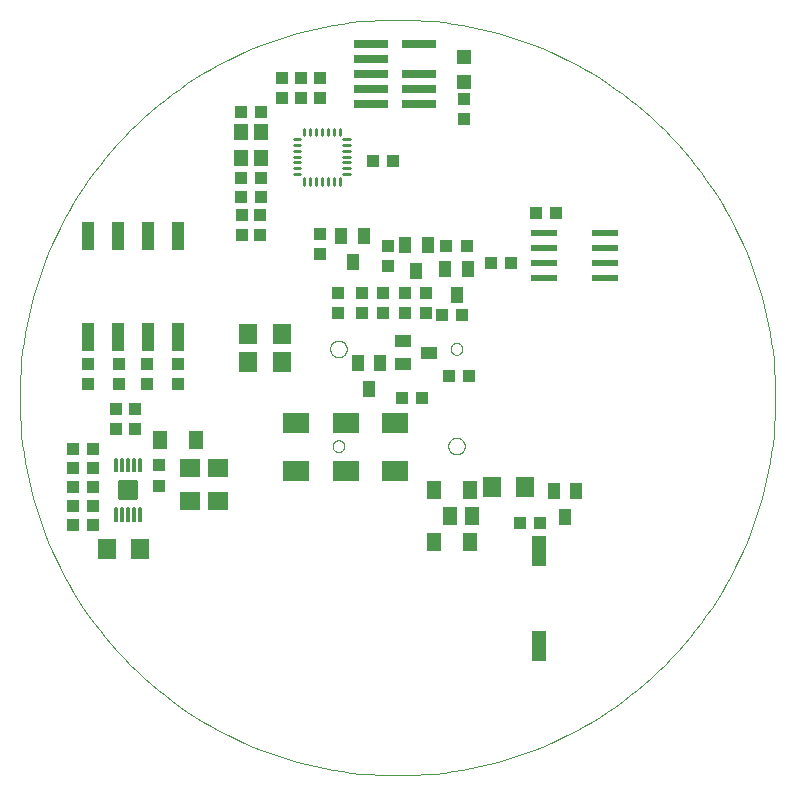
<source format=gtp>
G75*
%MOIN*%
%OFA0B0*%
%FSLAX25Y25*%
%IPPOS*%
%LPD*%
%AMOC8*
5,1,8,0,0,1.08239X$1,22.5*
%
%ADD10C,0.00394*%
%ADD11R,0.08661X0.02362*%
%ADD12R,0.04331X0.03937*%
%ADD13R,0.03937X0.04331*%
%ADD14R,0.05000X0.10000*%
%ADD15C,0.00984*%
%ADD16R,0.11811X0.03150*%
%ADD17R,0.04724X0.05512*%
%ADD18R,0.04724X0.04724*%
%ADD19R,0.03937X0.05512*%
%ADD20R,0.08504X0.07008*%
%ADD21R,0.04724X0.06299*%
%ADD22R,0.05118X0.05906*%
%ADD23C,0.01339*%
%ADD24C,0.00591*%
%ADD25R,0.06299X0.07087*%
%ADD26R,0.07087X0.06299*%
%ADD27C,0.00000*%
%ADD28R,0.06299X0.07098*%
%ADD29R,0.05512X0.03937*%
%ADD30R,0.04449X0.09606*%
D10*
X0001394Y0127378D02*
X0001432Y0130470D01*
X0001546Y0133560D01*
X0001735Y0136646D01*
X0002001Y0139727D01*
X0002341Y0142800D01*
X0002758Y0145864D01*
X0003249Y0148916D01*
X0003815Y0151956D01*
X0004455Y0154981D01*
X0005170Y0157990D01*
X0005958Y0160980D01*
X0006819Y0163949D01*
X0007753Y0166897D01*
X0008759Y0169821D01*
X0009836Y0172719D01*
X0010984Y0175590D01*
X0012202Y0178432D01*
X0013490Y0181243D01*
X0014846Y0184022D01*
X0016270Y0186766D01*
X0017761Y0189475D01*
X0019318Y0192147D01*
X0020940Y0194779D01*
X0022626Y0197371D01*
X0024375Y0199921D01*
X0026187Y0202427D01*
X0028059Y0204887D01*
X0029991Y0207301D01*
X0031982Y0209667D01*
X0034030Y0211984D01*
X0036134Y0214249D01*
X0038294Y0216462D01*
X0040507Y0218622D01*
X0042772Y0220726D01*
X0045089Y0222774D01*
X0047455Y0224765D01*
X0049869Y0226697D01*
X0052329Y0228569D01*
X0054835Y0230381D01*
X0057385Y0232130D01*
X0059977Y0233816D01*
X0062609Y0235438D01*
X0065281Y0236995D01*
X0067990Y0238486D01*
X0070734Y0239910D01*
X0073513Y0241266D01*
X0076324Y0242554D01*
X0079166Y0243772D01*
X0082037Y0244920D01*
X0084935Y0245997D01*
X0087859Y0247003D01*
X0090807Y0247937D01*
X0093776Y0248798D01*
X0096766Y0249586D01*
X0099775Y0250301D01*
X0102800Y0250941D01*
X0105840Y0251507D01*
X0108892Y0251998D01*
X0111956Y0252415D01*
X0115029Y0252755D01*
X0118110Y0253021D01*
X0121196Y0253210D01*
X0124286Y0253324D01*
X0127378Y0253362D01*
X0130470Y0253324D01*
X0133560Y0253210D01*
X0136646Y0253021D01*
X0139727Y0252755D01*
X0142800Y0252415D01*
X0145864Y0251998D01*
X0148916Y0251507D01*
X0151956Y0250941D01*
X0154981Y0250301D01*
X0157990Y0249586D01*
X0160980Y0248798D01*
X0163949Y0247937D01*
X0166897Y0247003D01*
X0169821Y0245997D01*
X0172719Y0244920D01*
X0175590Y0243772D01*
X0178432Y0242554D01*
X0181243Y0241266D01*
X0184022Y0239910D01*
X0186766Y0238486D01*
X0189475Y0236995D01*
X0192147Y0235438D01*
X0194779Y0233816D01*
X0197371Y0232130D01*
X0199921Y0230381D01*
X0202427Y0228569D01*
X0204887Y0226697D01*
X0207301Y0224765D01*
X0209667Y0222774D01*
X0211984Y0220726D01*
X0214249Y0218622D01*
X0216462Y0216462D01*
X0218622Y0214249D01*
X0220726Y0211984D01*
X0222774Y0209667D01*
X0224765Y0207301D01*
X0226697Y0204887D01*
X0228569Y0202427D01*
X0230381Y0199921D01*
X0232130Y0197371D01*
X0233816Y0194779D01*
X0235438Y0192147D01*
X0236995Y0189475D01*
X0238486Y0186766D01*
X0239910Y0184022D01*
X0241266Y0181243D01*
X0242554Y0178432D01*
X0243772Y0175590D01*
X0244920Y0172719D01*
X0245997Y0169821D01*
X0247003Y0166897D01*
X0247937Y0163949D01*
X0248798Y0160980D01*
X0249586Y0157990D01*
X0250301Y0154981D01*
X0250941Y0151956D01*
X0251507Y0148916D01*
X0251998Y0145864D01*
X0252415Y0142800D01*
X0252755Y0139727D01*
X0253021Y0136646D01*
X0253210Y0133560D01*
X0253324Y0130470D01*
X0253362Y0127378D01*
X0253324Y0124286D01*
X0253210Y0121196D01*
X0253021Y0118110D01*
X0252755Y0115029D01*
X0252415Y0111956D01*
X0251998Y0108892D01*
X0251507Y0105840D01*
X0250941Y0102800D01*
X0250301Y0099775D01*
X0249586Y0096766D01*
X0248798Y0093776D01*
X0247937Y0090807D01*
X0247003Y0087859D01*
X0245997Y0084935D01*
X0244920Y0082037D01*
X0243772Y0079166D01*
X0242554Y0076324D01*
X0241266Y0073513D01*
X0239910Y0070734D01*
X0238486Y0067990D01*
X0236995Y0065281D01*
X0235438Y0062609D01*
X0233816Y0059977D01*
X0232130Y0057385D01*
X0230381Y0054835D01*
X0228569Y0052329D01*
X0226697Y0049869D01*
X0224765Y0047455D01*
X0222774Y0045089D01*
X0220726Y0042772D01*
X0218622Y0040507D01*
X0216462Y0038294D01*
X0214249Y0036134D01*
X0211984Y0034030D01*
X0209667Y0031982D01*
X0207301Y0029991D01*
X0204887Y0028059D01*
X0202427Y0026187D01*
X0199921Y0024375D01*
X0197371Y0022626D01*
X0194779Y0020940D01*
X0192147Y0019318D01*
X0189475Y0017761D01*
X0186766Y0016270D01*
X0184022Y0014846D01*
X0181243Y0013490D01*
X0178432Y0012202D01*
X0175590Y0010984D01*
X0172719Y0009836D01*
X0169821Y0008759D01*
X0166897Y0007753D01*
X0163949Y0006819D01*
X0160980Y0005958D01*
X0157990Y0005170D01*
X0154981Y0004455D01*
X0151956Y0003815D01*
X0148916Y0003249D01*
X0145864Y0002758D01*
X0142800Y0002341D01*
X0139727Y0002001D01*
X0136646Y0001735D01*
X0133560Y0001546D01*
X0130470Y0001432D01*
X0127378Y0001394D01*
X0124286Y0001432D01*
X0121196Y0001546D01*
X0118110Y0001735D01*
X0115029Y0002001D01*
X0111956Y0002341D01*
X0108892Y0002758D01*
X0105840Y0003249D01*
X0102800Y0003815D01*
X0099775Y0004455D01*
X0096766Y0005170D01*
X0093776Y0005958D01*
X0090807Y0006819D01*
X0087859Y0007753D01*
X0084935Y0008759D01*
X0082037Y0009836D01*
X0079166Y0010984D01*
X0076324Y0012202D01*
X0073513Y0013490D01*
X0070734Y0014846D01*
X0067990Y0016270D01*
X0065281Y0017761D01*
X0062609Y0019318D01*
X0059977Y0020940D01*
X0057385Y0022626D01*
X0054835Y0024375D01*
X0052329Y0026187D01*
X0049869Y0028059D01*
X0047455Y0029991D01*
X0045089Y0031982D01*
X0042772Y0034030D01*
X0040507Y0036134D01*
X0038294Y0038294D01*
X0036134Y0040507D01*
X0034030Y0042772D01*
X0031982Y0045089D01*
X0029991Y0047455D01*
X0028059Y0049869D01*
X0026187Y0052329D01*
X0024375Y0054835D01*
X0022626Y0057385D01*
X0020940Y0059977D01*
X0019318Y0062609D01*
X0017761Y0065281D01*
X0016270Y0067990D01*
X0014846Y0070734D01*
X0013490Y0073513D01*
X0012202Y0076324D01*
X0010984Y0079166D01*
X0009836Y0082037D01*
X0008759Y0084935D01*
X0007753Y0087859D01*
X0006819Y0090807D01*
X0005958Y0093776D01*
X0005170Y0096766D01*
X0004455Y0099775D01*
X0003815Y0102800D01*
X0003249Y0105840D01*
X0002758Y0108892D01*
X0002341Y0111956D01*
X0002001Y0115029D01*
X0001735Y0118110D01*
X0001546Y0121196D01*
X0001432Y0124286D01*
X0001394Y0127378D01*
D11*
X0176197Y0167122D03*
X0176197Y0172122D03*
X0176197Y0177122D03*
X0176197Y0182122D03*
X0196669Y0182122D03*
X0196669Y0177122D03*
X0196669Y0172122D03*
X0196669Y0167122D03*
D12*
X0165370Y0172260D03*
X0158677Y0172260D03*
X0136827Y0162220D03*
X0136827Y0155528D03*
X0129740Y0155528D03*
X0129740Y0162220D03*
X0122654Y0162220D03*
X0122654Y0155528D03*
X0115567Y0155528D03*
X0115567Y0162220D03*
X0107693Y0162220D03*
X0107693Y0155528D03*
X0124228Y0171276D03*
X0124228Y0177969D03*
X0101394Y0175213D03*
X0101394Y0181906D03*
X0081709Y0181512D03*
X0081709Y0188205D03*
X0081906Y0194307D03*
X0081906Y0200606D03*
X0075213Y0200606D03*
X0075213Y0194307D03*
X0075213Y0222654D03*
X0081906Y0222654D03*
X0095094Y0227181D03*
X0101394Y0227181D03*
X0101394Y0233874D03*
X0095094Y0233874D03*
X0119307Y0206118D03*
X0126000Y0206118D03*
X0149425Y0220094D03*
X0149425Y0226787D03*
X0151197Y0134465D03*
X0144504Y0134465D03*
X0135449Y0127378D03*
X0128756Y0127378D03*
X0054150Y0131906D03*
X0054150Y0138598D03*
X0043913Y0138598D03*
X0043913Y0131906D03*
X0034465Y0131906D03*
X0034465Y0138598D03*
X0024228Y0138598D03*
X0024228Y0131906D03*
X0026000Y0097457D03*
X0019307Y0097457D03*
X0019307Y0084858D03*
X0026000Y0084858D03*
D13*
X0026000Y0091157D03*
X0019307Y0091157D03*
X0019307Y0103756D03*
X0019307Y0110055D03*
X0026000Y0110055D03*
X0026000Y0103756D03*
X0033677Y0116945D03*
X0039976Y0116945D03*
X0039976Y0123638D03*
X0033677Y0123638D03*
X0047850Y0104740D03*
X0047850Y0098047D03*
X0075409Y0181512D03*
X0075409Y0188205D03*
X0088795Y0227181D03*
X0088795Y0233874D03*
X0143717Y0177772D03*
X0150409Y0177772D03*
X0148835Y0154937D03*
X0142142Y0154937D03*
X0173638Y0188795D03*
X0180331Y0188795D03*
X0174819Y0085646D03*
X0168126Y0085646D03*
D14*
X0174622Y0076197D03*
X0174622Y0044701D03*
D15*
X0108087Y0198342D02*
X0108087Y0200508D01*
X0106118Y0200508D02*
X0106118Y0198342D01*
X0104150Y0198342D02*
X0104150Y0200508D01*
X0102181Y0200508D02*
X0102181Y0198342D01*
X0100213Y0198342D02*
X0100213Y0200508D01*
X0098244Y0200508D02*
X0098244Y0198342D01*
X0096276Y0198342D02*
X0096276Y0200508D01*
X0094996Y0201787D02*
X0092830Y0201787D01*
X0092830Y0203756D02*
X0094996Y0203756D01*
X0094996Y0205724D02*
X0092830Y0205724D01*
X0092830Y0207693D02*
X0094996Y0207693D01*
X0094996Y0209661D02*
X0092830Y0209661D01*
X0092830Y0211630D02*
X0094996Y0211630D01*
X0094996Y0213598D02*
X0092830Y0213598D01*
X0096276Y0214878D02*
X0096276Y0217044D01*
X0098244Y0217044D02*
X0098244Y0214878D01*
X0100213Y0214878D02*
X0100213Y0217044D01*
X0102181Y0217044D02*
X0102181Y0214878D01*
X0104150Y0214878D02*
X0104150Y0217044D01*
X0106118Y0217044D02*
X0106118Y0214878D01*
X0108087Y0214878D02*
X0108087Y0217044D01*
X0109366Y0213598D02*
X0111532Y0213598D01*
X0111532Y0211630D02*
X0109366Y0211630D01*
X0109366Y0209661D02*
X0111532Y0209661D01*
X0111532Y0207693D02*
X0109366Y0207693D01*
X0109366Y0205724D02*
X0111532Y0205724D01*
X0111532Y0203756D02*
X0109366Y0203756D01*
X0109366Y0201787D02*
X0111532Y0201787D01*
D16*
X0118717Y0225252D03*
X0118717Y0230252D03*
X0118717Y0235252D03*
X0118717Y0240252D03*
X0118717Y0245252D03*
X0134465Y0245252D03*
X0134465Y0235252D03*
X0134465Y0230252D03*
X0134465Y0225252D03*
D17*
X0081906Y0215961D03*
X0075213Y0215961D03*
X0075213Y0207299D03*
X0081906Y0207299D03*
D18*
X0149425Y0232693D03*
X0149425Y0240961D03*
D19*
X0116157Y0181315D03*
X0108677Y0181315D03*
X0112417Y0172654D03*
X0129937Y0178165D03*
X0137417Y0178165D03*
X0143323Y0170291D03*
X0150803Y0170291D03*
X0147063Y0161630D03*
X0133677Y0169504D03*
X0121669Y0138795D03*
X0114189Y0138795D03*
X0117929Y0130134D03*
X0179543Y0096276D03*
X0187024Y0096276D03*
X0183283Y0087614D03*
D20*
X0126591Y0102850D03*
X0110055Y0102850D03*
X0110055Y0118874D03*
X0126591Y0118874D03*
X0093520Y0118874D03*
X0093520Y0102850D03*
D21*
X0060055Y0113205D03*
X0048244Y0113205D03*
X0139583Y0096669D03*
X0151394Y0096669D03*
X0151394Y0079346D03*
X0139583Y0079346D03*
D22*
X0144898Y0088008D03*
X0152378Y0088008D03*
D23*
X0040291Y0093992D02*
X0034937Y0093992D01*
X0034937Y0099346D01*
X0040291Y0099346D01*
X0040291Y0093992D01*
X0040291Y0095330D02*
X0034937Y0095330D01*
X0034937Y0096668D02*
X0040291Y0096668D01*
X0040291Y0098006D02*
X0034937Y0098006D01*
X0034937Y0099344D02*
X0040291Y0099344D01*
D24*
X0039878Y0102870D02*
X0039288Y0102870D01*
X0039288Y0107004D01*
X0039878Y0107004D01*
X0039878Y0102870D01*
X0039878Y0103460D02*
X0039288Y0103460D01*
X0039288Y0104050D02*
X0039878Y0104050D01*
X0039878Y0104640D02*
X0039288Y0104640D01*
X0039288Y0105230D02*
X0039878Y0105230D01*
X0039878Y0105820D02*
X0039288Y0105820D01*
X0039288Y0106410D02*
X0039878Y0106410D01*
X0039878Y0107000D02*
X0039288Y0107000D01*
X0037909Y0102870D02*
X0037319Y0102870D01*
X0037319Y0107004D01*
X0037909Y0107004D01*
X0037909Y0102870D01*
X0037909Y0103460D02*
X0037319Y0103460D01*
X0037319Y0104050D02*
X0037909Y0104050D01*
X0037909Y0104640D02*
X0037319Y0104640D01*
X0037319Y0105230D02*
X0037909Y0105230D01*
X0037909Y0105820D02*
X0037319Y0105820D01*
X0037319Y0106410D02*
X0037909Y0106410D01*
X0037909Y0107000D02*
X0037319Y0107000D01*
X0035941Y0102870D02*
X0035351Y0102870D01*
X0035351Y0107004D01*
X0035941Y0107004D01*
X0035941Y0102870D01*
X0035941Y0103460D02*
X0035351Y0103460D01*
X0035351Y0104050D02*
X0035941Y0104050D01*
X0035941Y0104640D02*
X0035351Y0104640D01*
X0035351Y0105230D02*
X0035941Y0105230D01*
X0035941Y0105820D02*
X0035351Y0105820D01*
X0035351Y0106410D02*
X0035941Y0106410D01*
X0035941Y0107000D02*
X0035351Y0107000D01*
X0033972Y0102870D02*
X0033382Y0102870D01*
X0033382Y0107004D01*
X0033972Y0107004D01*
X0033972Y0102870D01*
X0033972Y0103460D02*
X0033382Y0103460D01*
X0033382Y0104050D02*
X0033972Y0104050D01*
X0033972Y0104640D02*
X0033382Y0104640D01*
X0033382Y0105230D02*
X0033972Y0105230D01*
X0033972Y0105820D02*
X0033382Y0105820D01*
X0033382Y0106410D02*
X0033972Y0106410D01*
X0033972Y0107000D02*
X0033382Y0107000D01*
X0041256Y0102870D02*
X0041846Y0102870D01*
X0041256Y0102870D02*
X0041256Y0107004D01*
X0041846Y0107004D01*
X0041846Y0102870D01*
X0041846Y0103460D02*
X0041256Y0103460D01*
X0041256Y0104050D02*
X0041846Y0104050D01*
X0041846Y0104640D02*
X0041256Y0104640D01*
X0041256Y0105230D02*
X0041846Y0105230D01*
X0041846Y0105820D02*
X0041256Y0105820D01*
X0041256Y0106410D02*
X0041846Y0106410D01*
X0041846Y0107000D02*
X0041256Y0107000D01*
X0041256Y0086335D02*
X0041846Y0086335D01*
X0041256Y0086335D02*
X0041256Y0090469D01*
X0041846Y0090469D01*
X0041846Y0086335D01*
X0041846Y0086925D02*
X0041256Y0086925D01*
X0041256Y0087515D02*
X0041846Y0087515D01*
X0041846Y0088105D02*
X0041256Y0088105D01*
X0041256Y0088695D02*
X0041846Y0088695D01*
X0041846Y0089285D02*
X0041256Y0089285D01*
X0041256Y0089875D02*
X0041846Y0089875D01*
X0041846Y0090465D02*
X0041256Y0090465D01*
X0039878Y0086335D02*
X0039288Y0086335D01*
X0039288Y0090469D01*
X0039878Y0090469D01*
X0039878Y0086335D01*
X0039878Y0086925D02*
X0039288Y0086925D01*
X0039288Y0087515D02*
X0039878Y0087515D01*
X0039878Y0088105D02*
X0039288Y0088105D01*
X0039288Y0088695D02*
X0039878Y0088695D01*
X0039878Y0089285D02*
X0039288Y0089285D01*
X0039288Y0089875D02*
X0039878Y0089875D01*
X0039878Y0090465D02*
X0039288Y0090465D01*
X0037909Y0086335D02*
X0037319Y0086335D01*
X0037319Y0090469D01*
X0037909Y0090469D01*
X0037909Y0086335D01*
X0037909Y0086925D02*
X0037319Y0086925D01*
X0037319Y0087515D02*
X0037909Y0087515D01*
X0037909Y0088105D02*
X0037319Y0088105D01*
X0037319Y0088695D02*
X0037909Y0088695D01*
X0037909Y0089285D02*
X0037319Y0089285D01*
X0037319Y0089875D02*
X0037909Y0089875D01*
X0037909Y0090465D02*
X0037319Y0090465D01*
X0035941Y0086335D02*
X0035351Y0086335D01*
X0035351Y0090469D01*
X0035941Y0090469D01*
X0035941Y0086335D01*
X0035941Y0086925D02*
X0035351Y0086925D01*
X0035351Y0087515D02*
X0035941Y0087515D01*
X0035941Y0088105D02*
X0035351Y0088105D01*
X0035351Y0088695D02*
X0035941Y0088695D01*
X0035941Y0089285D02*
X0035351Y0089285D01*
X0035351Y0089875D02*
X0035941Y0089875D01*
X0035941Y0090465D02*
X0035351Y0090465D01*
X0033972Y0086335D02*
X0033382Y0086335D01*
X0033382Y0090469D01*
X0033972Y0090469D01*
X0033972Y0086335D01*
X0033972Y0086925D02*
X0033382Y0086925D01*
X0033382Y0087515D02*
X0033972Y0087515D01*
X0033972Y0088105D02*
X0033382Y0088105D01*
X0033382Y0088695D02*
X0033972Y0088695D01*
X0033972Y0089285D02*
X0033382Y0089285D01*
X0033382Y0089875D02*
X0033972Y0089875D01*
X0033972Y0090465D02*
X0033382Y0090465D01*
D25*
X0030528Y0076984D03*
X0041551Y0076984D03*
X0158874Y0097457D03*
X0169898Y0097457D03*
D26*
X0067535Y0092732D03*
X0058087Y0092732D03*
X0058087Y0103756D03*
X0067535Y0103756D03*
D27*
X0105724Y0111177D02*
X0105726Y0111265D01*
X0105732Y0111353D01*
X0105742Y0111441D01*
X0105756Y0111529D01*
X0105773Y0111615D01*
X0105795Y0111701D01*
X0105820Y0111785D01*
X0105850Y0111869D01*
X0105882Y0111951D01*
X0105919Y0112031D01*
X0105959Y0112110D01*
X0106003Y0112187D01*
X0106050Y0112262D01*
X0106100Y0112334D01*
X0106154Y0112405D01*
X0106210Y0112472D01*
X0106270Y0112538D01*
X0106332Y0112600D01*
X0106398Y0112660D01*
X0106465Y0112716D01*
X0106536Y0112770D01*
X0106608Y0112820D01*
X0106683Y0112867D01*
X0106760Y0112911D01*
X0106839Y0112951D01*
X0106919Y0112988D01*
X0107001Y0113020D01*
X0107085Y0113050D01*
X0107169Y0113075D01*
X0107255Y0113097D01*
X0107341Y0113114D01*
X0107429Y0113128D01*
X0107517Y0113138D01*
X0107605Y0113144D01*
X0107693Y0113146D01*
X0107781Y0113144D01*
X0107869Y0113138D01*
X0107957Y0113128D01*
X0108045Y0113114D01*
X0108131Y0113097D01*
X0108217Y0113075D01*
X0108301Y0113050D01*
X0108385Y0113020D01*
X0108467Y0112988D01*
X0108547Y0112951D01*
X0108626Y0112911D01*
X0108703Y0112867D01*
X0108778Y0112820D01*
X0108850Y0112770D01*
X0108921Y0112716D01*
X0108988Y0112660D01*
X0109054Y0112600D01*
X0109116Y0112538D01*
X0109176Y0112472D01*
X0109232Y0112405D01*
X0109286Y0112334D01*
X0109336Y0112262D01*
X0109383Y0112187D01*
X0109427Y0112110D01*
X0109467Y0112031D01*
X0109504Y0111951D01*
X0109536Y0111869D01*
X0109566Y0111785D01*
X0109591Y0111701D01*
X0109613Y0111615D01*
X0109630Y0111529D01*
X0109644Y0111441D01*
X0109654Y0111353D01*
X0109660Y0111265D01*
X0109662Y0111177D01*
X0109660Y0111089D01*
X0109654Y0111001D01*
X0109644Y0110913D01*
X0109630Y0110825D01*
X0109613Y0110739D01*
X0109591Y0110653D01*
X0109566Y0110569D01*
X0109536Y0110485D01*
X0109504Y0110403D01*
X0109467Y0110323D01*
X0109427Y0110244D01*
X0109383Y0110167D01*
X0109336Y0110092D01*
X0109286Y0110020D01*
X0109232Y0109949D01*
X0109176Y0109882D01*
X0109116Y0109816D01*
X0109054Y0109754D01*
X0108988Y0109694D01*
X0108921Y0109638D01*
X0108850Y0109584D01*
X0108778Y0109534D01*
X0108703Y0109487D01*
X0108626Y0109443D01*
X0108547Y0109403D01*
X0108467Y0109366D01*
X0108385Y0109334D01*
X0108301Y0109304D01*
X0108217Y0109279D01*
X0108131Y0109257D01*
X0108045Y0109240D01*
X0107957Y0109226D01*
X0107869Y0109216D01*
X0107781Y0109210D01*
X0107693Y0109208D01*
X0107605Y0109210D01*
X0107517Y0109216D01*
X0107429Y0109226D01*
X0107341Y0109240D01*
X0107255Y0109257D01*
X0107169Y0109279D01*
X0107085Y0109304D01*
X0107001Y0109334D01*
X0106919Y0109366D01*
X0106839Y0109403D01*
X0106760Y0109443D01*
X0106683Y0109487D01*
X0106608Y0109534D01*
X0106536Y0109584D01*
X0106465Y0109638D01*
X0106398Y0109694D01*
X0106332Y0109754D01*
X0106270Y0109816D01*
X0106210Y0109882D01*
X0106154Y0109949D01*
X0106100Y0110020D01*
X0106050Y0110092D01*
X0106003Y0110167D01*
X0105959Y0110244D01*
X0105919Y0110323D01*
X0105882Y0110403D01*
X0105850Y0110485D01*
X0105820Y0110569D01*
X0105795Y0110653D01*
X0105773Y0110739D01*
X0105756Y0110825D01*
X0105742Y0110913D01*
X0105732Y0111001D01*
X0105726Y0111089D01*
X0105724Y0111177D01*
X0104937Y0143579D02*
X0104939Y0143684D01*
X0104945Y0143789D01*
X0104955Y0143893D01*
X0104969Y0143997D01*
X0104987Y0144101D01*
X0105009Y0144203D01*
X0105034Y0144305D01*
X0105064Y0144406D01*
X0105097Y0144505D01*
X0105134Y0144603D01*
X0105175Y0144700D01*
X0105220Y0144795D01*
X0105268Y0144888D01*
X0105319Y0144980D01*
X0105375Y0145069D01*
X0105433Y0145156D01*
X0105495Y0145241D01*
X0105559Y0145324D01*
X0105627Y0145404D01*
X0105698Y0145481D01*
X0105772Y0145555D01*
X0105849Y0145627D01*
X0105928Y0145696D01*
X0106010Y0145761D01*
X0106094Y0145824D01*
X0106181Y0145883D01*
X0106270Y0145939D01*
X0106361Y0145992D01*
X0106454Y0146041D01*
X0106548Y0146086D01*
X0106644Y0146128D01*
X0106742Y0146166D01*
X0106841Y0146200D01*
X0106942Y0146231D01*
X0107043Y0146257D01*
X0107146Y0146280D01*
X0107249Y0146299D01*
X0107353Y0146314D01*
X0107457Y0146325D01*
X0107562Y0146332D01*
X0107667Y0146335D01*
X0107772Y0146334D01*
X0107877Y0146329D01*
X0107981Y0146320D01*
X0108085Y0146307D01*
X0108189Y0146290D01*
X0108292Y0146269D01*
X0108394Y0146244D01*
X0108495Y0146216D01*
X0108594Y0146183D01*
X0108693Y0146147D01*
X0108790Y0146107D01*
X0108885Y0146064D01*
X0108979Y0146016D01*
X0109071Y0145966D01*
X0109161Y0145912D01*
X0109249Y0145854D01*
X0109334Y0145793D01*
X0109417Y0145729D01*
X0109498Y0145662D01*
X0109576Y0145592D01*
X0109651Y0145518D01*
X0109723Y0145443D01*
X0109793Y0145364D01*
X0109859Y0145283D01*
X0109923Y0145199D01*
X0109983Y0145113D01*
X0110039Y0145025D01*
X0110093Y0144934D01*
X0110143Y0144842D01*
X0110189Y0144748D01*
X0110232Y0144652D01*
X0110271Y0144554D01*
X0110306Y0144456D01*
X0110337Y0144355D01*
X0110365Y0144254D01*
X0110389Y0144152D01*
X0110409Y0144049D01*
X0110425Y0143945D01*
X0110437Y0143841D01*
X0110445Y0143736D01*
X0110449Y0143631D01*
X0110449Y0143527D01*
X0110445Y0143422D01*
X0110437Y0143317D01*
X0110425Y0143213D01*
X0110409Y0143109D01*
X0110389Y0143006D01*
X0110365Y0142904D01*
X0110337Y0142803D01*
X0110306Y0142702D01*
X0110271Y0142604D01*
X0110232Y0142506D01*
X0110189Y0142410D01*
X0110143Y0142316D01*
X0110093Y0142224D01*
X0110039Y0142133D01*
X0109983Y0142045D01*
X0109923Y0141959D01*
X0109859Y0141875D01*
X0109793Y0141794D01*
X0109723Y0141715D01*
X0109651Y0141640D01*
X0109576Y0141566D01*
X0109498Y0141496D01*
X0109417Y0141429D01*
X0109334Y0141365D01*
X0109249Y0141304D01*
X0109161Y0141246D01*
X0109071Y0141192D01*
X0108979Y0141142D01*
X0108885Y0141094D01*
X0108790Y0141051D01*
X0108693Y0141011D01*
X0108594Y0140975D01*
X0108495Y0140942D01*
X0108394Y0140914D01*
X0108292Y0140889D01*
X0108189Y0140868D01*
X0108085Y0140851D01*
X0107981Y0140838D01*
X0107877Y0140829D01*
X0107772Y0140824D01*
X0107667Y0140823D01*
X0107562Y0140826D01*
X0107457Y0140833D01*
X0107353Y0140844D01*
X0107249Y0140859D01*
X0107146Y0140878D01*
X0107043Y0140901D01*
X0106942Y0140927D01*
X0106841Y0140958D01*
X0106742Y0140992D01*
X0106644Y0141030D01*
X0106548Y0141072D01*
X0106454Y0141117D01*
X0106361Y0141166D01*
X0106270Y0141219D01*
X0106181Y0141275D01*
X0106094Y0141334D01*
X0106010Y0141397D01*
X0105928Y0141462D01*
X0105849Y0141531D01*
X0105772Y0141603D01*
X0105698Y0141677D01*
X0105627Y0141754D01*
X0105559Y0141834D01*
X0105495Y0141917D01*
X0105433Y0142002D01*
X0105375Y0142089D01*
X0105319Y0142178D01*
X0105268Y0142270D01*
X0105220Y0142363D01*
X0105175Y0142458D01*
X0105134Y0142555D01*
X0105097Y0142653D01*
X0105064Y0142752D01*
X0105034Y0142853D01*
X0105009Y0142955D01*
X0104987Y0143057D01*
X0104969Y0143161D01*
X0104955Y0143265D01*
X0104945Y0143369D01*
X0104939Y0143474D01*
X0104937Y0143579D01*
X0145094Y0143579D02*
X0145096Y0143667D01*
X0145102Y0143755D01*
X0145112Y0143843D01*
X0145126Y0143931D01*
X0145143Y0144017D01*
X0145165Y0144103D01*
X0145190Y0144187D01*
X0145220Y0144271D01*
X0145252Y0144353D01*
X0145289Y0144433D01*
X0145329Y0144512D01*
X0145373Y0144589D01*
X0145420Y0144664D01*
X0145470Y0144736D01*
X0145524Y0144807D01*
X0145580Y0144874D01*
X0145640Y0144940D01*
X0145702Y0145002D01*
X0145768Y0145062D01*
X0145835Y0145118D01*
X0145906Y0145172D01*
X0145978Y0145222D01*
X0146053Y0145269D01*
X0146130Y0145313D01*
X0146209Y0145353D01*
X0146289Y0145390D01*
X0146371Y0145422D01*
X0146455Y0145452D01*
X0146539Y0145477D01*
X0146625Y0145499D01*
X0146711Y0145516D01*
X0146799Y0145530D01*
X0146887Y0145540D01*
X0146975Y0145546D01*
X0147063Y0145548D01*
X0147151Y0145546D01*
X0147239Y0145540D01*
X0147327Y0145530D01*
X0147415Y0145516D01*
X0147501Y0145499D01*
X0147587Y0145477D01*
X0147671Y0145452D01*
X0147755Y0145422D01*
X0147837Y0145390D01*
X0147917Y0145353D01*
X0147996Y0145313D01*
X0148073Y0145269D01*
X0148148Y0145222D01*
X0148220Y0145172D01*
X0148291Y0145118D01*
X0148358Y0145062D01*
X0148424Y0145002D01*
X0148486Y0144940D01*
X0148546Y0144874D01*
X0148602Y0144807D01*
X0148656Y0144736D01*
X0148706Y0144664D01*
X0148753Y0144589D01*
X0148797Y0144512D01*
X0148837Y0144433D01*
X0148874Y0144353D01*
X0148906Y0144271D01*
X0148936Y0144187D01*
X0148961Y0144103D01*
X0148983Y0144017D01*
X0149000Y0143931D01*
X0149014Y0143843D01*
X0149024Y0143755D01*
X0149030Y0143667D01*
X0149032Y0143579D01*
X0149030Y0143491D01*
X0149024Y0143403D01*
X0149014Y0143315D01*
X0149000Y0143227D01*
X0148983Y0143141D01*
X0148961Y0143055D01*
X0148936Y0142971D01*
X0148906Y0142887D01*
X0148874Y0142805D01*
X0148837Y0142725D01*
X0148797Y0142646D01*
X0148753Y0142569D01*
X0148706Y0142494D01*
X0148656Y0142422D01*
X0148602Y0142351D01*
X0148546Y0142284D01*
X0148486Y0142218D01*
X0148424Y0142156D01*
X0148358Y0142096D01*
X0148291Y0142040D01*
X0148220Y0141986D01*
X0148148Y0141936D01*
X0148073Y0141889D01*
X0147996Y0141845D01*
X0147917Y0141805D01*
X0147837Y0141768D01*
X0147755Y0141736D01*
X0147671Y0141706D01*
X0147587Y0141681D01*
X0147501Y0141659D01*
X0147415Y0141642D01*
X0147327Y0141628D01*
X0147239Y0141618D01*
X0147151Y0141612D01*
X0147063Y0141610D01*
X0146975Y0141612D01*
X0146887Y0141618D01*
X0146799Y0141628D01*
X0146711Y0141642D01*
X0146625Y0141659D01*
X0146539Y0141681D01*
X0146455Y0141706D01*
X0146371Y0141736D01*
X0146289Y0141768D01*
X0146209Y0141805D01*
X0146130Y0141845D01*
X0146053Y0141889D01*
X0145978Y0141936D01*
X0145906Y0141986D01*
X0145835Y0142040D01*
X0145768Y0142096D01*
X0145702Y0142156D01*
X0145640Y0142218D01*
X0145580Y0142284D01*
X0145524Y0142351D01*
X0145470Y0142422D01*
X0145420Y0142494D01*
X0145373Y0142569D01*
X0145329Y0142646D01*
X0145289Y0142725D01*
X0145252Y0142805D01*
X0145220Y0142887D01*
X0145190Y0142971D01*
X0145165Y0143055D01*
X0145143Y0143141D01*
X0145126Y0143227D01*
X0145112Y0143315D01*
X0145102Y0143403D01*
X0145096Y0143491D01*
X0145094Y0143579D01*
X0144307Y0111177D02*
X0144309Y0111282D01*
X0144315Y0111387D01*
X0144325Y0111491D01*
X0144339Y0111595D01*
X0144357Y0111699D01*
X0144379Y0111801D01*
X0144404Y0111903D01*
X0144434Y0112004D01*
X0144467Y0112103D01*
X0144504Y0112201D01*
X0144545Y0112298D01*
X0144590Y0112393D01*
X0144638Y0112486D01*
X0144689Y0112578D01*
X0144745Y0112667D01*
X0144803Y0112754D01*
X0144865Y0112839D01*
X0144929Y0112922D01*
X0144997Y0113002D01*
X0145068Y0113079D01*
X0145142Y0113153D01*
X0145219Y0113225D01*
X0145298Y0113294D01*
X0145380Y0113359D01*
X0145464Y0113422D01*
X0145551Y0113481D01*
X0145640Y0113537D01*
X0145731Y0113590D01*
X0145824Y0113639D01*
X0145918Y0113684D01*
X0146014Y0113726D01*
X0146112Y0113764D01*
X0146211Y0113798D01*
X0146312Y0113829D01*
X0146413Y0113855D01*
X0146516Y0113878D01*
X0146619Y0113897D01*
X0146723Y0113912D01*
X0146827Y0113923D01*
X0146932Y0113930D01*
X0147037Y0113933D01*
X0147142Y0113932D01*
X0147247Y0113927D01*
X0147351Y0113918D01*
X0147455Y0113905D01*
X0147559Y0113888D01*
X0147662Y0113867D01*
X0147764Y0113842D01*
X0147865Y0113814D01*
X0147964Y0113781D01*
X0148063Y0113745D01*
X0148160Y0113705D01*
X0148255Y0113662D01*
X0148349Y0113614D01*
X0148441Y0113564D01*
X0148531Y0113510D01*
X0148619Y0113452D01*
X0148704Y0113391D01*
X0148787Y0113327D01*
X0148868Y0113260D01*
X0148946Y0113190D01*
X0149021Y0113116D01*
X0149093Y0113041D01*
X0149163Y0112962D01*
X0149229Y0112881D01*
X0149293Y0112797D01*
X0149353Y0112711D01*
X0149409Y0112623D01*
X0149463Y0112532D01*
X0149513Y0112440D01*
X0149559Y0112346D01*
X0149602Y0112250D01*
X0149641Y0112152D01*
X0149676Y0112054D01*
X0149707Y0111953D01*
X0149735Y0111852D01*
X0149759Y0111750D01*
X0149779Y0111647D01*
X0149795Y0111543D01*
X0149807Y0111439D01*
X0149815Y0111334D01*
X0149819Y0111229D01*
X0149819Y0111125D01*
X0149815Y0111020D01*
X0149807Y0110915D01*
X0149795Y0110811D01*
X0149779Y0110707D01*
X0149759Y0110604D01*
X0149735Y0110502D01*
X0149707Y0110401D01*
X0149676Y0110300D01*
X0149641Y0110202D01*
X0149602Y0110104D01*
X0149559Y0110008D01*
X0149513Y0109914D01*
X0149463Y0109822D01*
X0149409Y0109731D01*
X0149353Y0109643D01*
X0149293Y0109557D01*
X0149229Y0109473D01*
X0149163Y0109392D01*
X0149093Y0109313D01*
X0149021Y0109238D01*
X0148946Y0109164D01*
X0148868Y0109094D01*
X0148787Y0109027D01*
X0148704Y0108963D01*
X0148619Y0108902D01*
X0148531Y0108844D01*
X0148441Y0108790D01*
X0148349Y0108740D01*
X0148255Y0108692D01*
X0148160Y0108649D01*
X0148063Y0108609D01*
X0147964Y0108573D01*
X0147865Y0108540D01*
X0147764Y0108512D01*
X0147662Y0108487D01*
X0147559Y0108466D01*
X0147455Y0108449D01*
X0147351Y0108436D01*
X0147247Y0108427D01*
X0147142Y0108422D01*
X0147037Y0108421D01*
X0146932Y0108424D01*
X0146827Y0108431D01*
X0146723Y0108442D01*
X0146619Y0108457D01*
X0146516Y0108476D01*
X0146413Y0108499D01*
X0146312Y0108525D01*
X0146211Y0108556D01*
X0146112Y0108590D01*
X0146014Y0108628D01*
X0145918Y0108670D01*
X0145824Y0108715D01*
X0145731Y0108764D01*
X0145640Y0108817D01*
X0145551Y0108873D01*
X0145464Y0108932D01*
X0145380Y0108995D01*
X0145298Y0109060D01*
X0145219Y0109129D01*
X0145142Y0109201D01*
X0145068Y0109275D01*
X0144997Y0109352D01*
X0144929Y0109432D01*
X0144865Y0109515D01*
X0144803Y0109600D01*
X0144745Y0109687D01*
X0144689Y0109776D01*
X0144638Y0109868D01*
X0144590Y0109961D01*
X0144545Y0110056D01*
X0144504Y0110153D01*
X0144467Y0110251D01*
X0144434Y0110350D01*
X0144404Y0110451D01*
X0144379Y0110553D01*
X0144357Y0110655D01*
X0144339Y0110759D01*
X0144325Y0110863D01*
X0144315Y0110967D01*
X0144309Y0111072D01*
X0144307Y0111177D01*
D28*
X0088882Y0139189D03*
X0088882Y0148638D03*
X0077685Y0148638D03*
X0077685Y0139189D03*
D29*
X0129346Y0138598D03*
X0129346Y0146079D03*
X0138008Y0142339D03*
D30*
X0054189Y0147457D03*
X0044189Y0147457D03*
X0034189Y0147457D03*
X0024189Y0147457D03*
X0024189Y0181315D03*
X0034189Y0181315D03*
X0044189Y0181315D03*
X0054189Y0181315D03*
M02*

</source>
